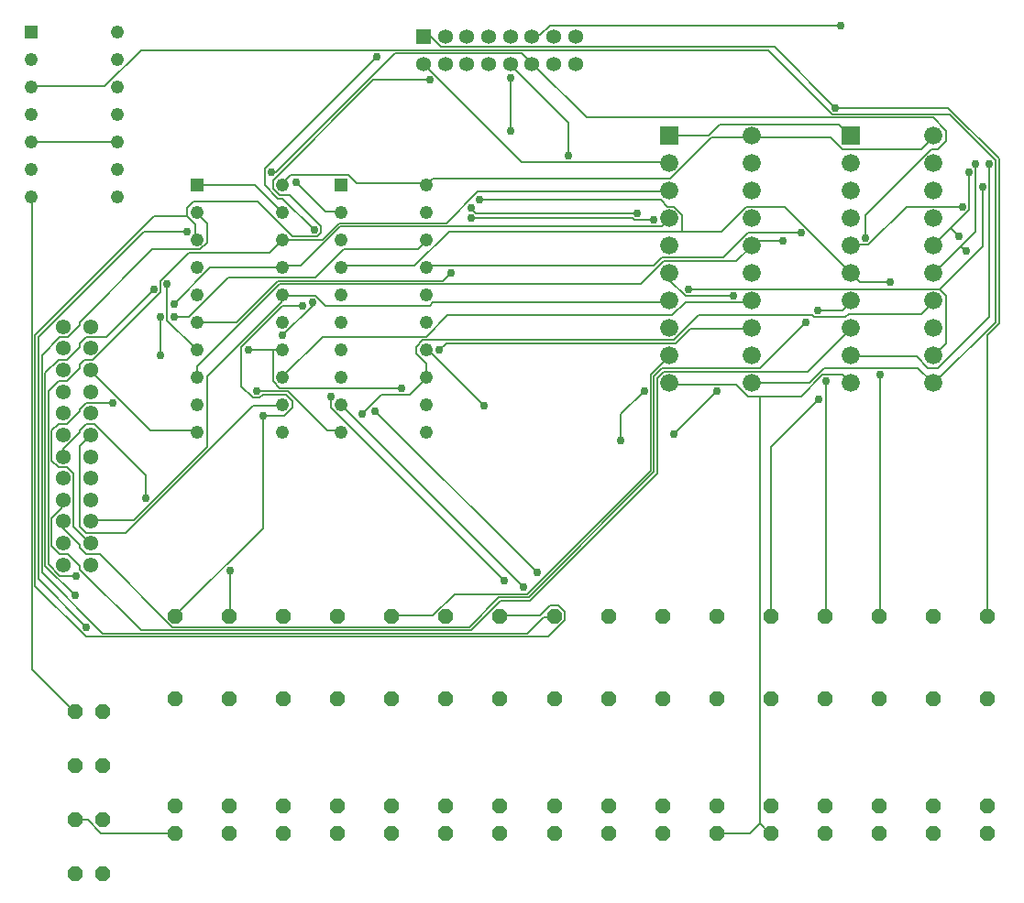
<source format=gbr>
G04 EAGLE Gerber RS-274X export*
G75*
%MOMM*%
%FSLAX34Y34*%
%LPD*%
%INBottom Copper*%
%IPPOS*%
%AMOC8*
5,1,8,0,0,1.08239X$1,22.5*%
G01*
%ADD10R,1.238000X1.238000*%
%ADD11C,1.238000*%
%ADD12R,1.358000X1.358000*%
%ADD13C,1.358000*%
%ADD14R,1.676400X1.676400*%
%ADD15C,1.676400*%
%ADD16C,1.381000*%
%ADD17P,1.429621X8X112.500000*%
%ADD18P,1.429621X8X292.500000*%
%ADD19P,1.429621X8X22.500000*%
%ADD20C,0.152400*%
%ADD21C,0.756400*%


D10*
X229800Y766900D03*
D11*
X229800Y741500D03*
X229800Y716100D03*
X229800Y690700D03*
X229800Y665300D03*
X229800Y639900D03*
X229800Y614500D03*
X229800Y589100D03*
X229800Y563700D03*
X229800Y538300D03*
X309200Y538300D03*
X309200Y563700D03*
X309200Y589100D03*
X309200Y614500D03*
X309200Y639900D03*
X309200Y665300D03*
X309200Y690700D03*
X309200Y716100D03*
X309200Y741500D03*
X309200Y766900D03*
D10*
X362800Y766900D03*
D11*
X362800Y741500D03*
X362800Y716100D03*
X362800Y690700D03*
X362800Y665300D03*
X362800Y639900D03*
X362800Y614500D03*
X362800Y589100D03*
X362800Y563700D03*
X362800Y538300D03*
X442200Y538300D03*
X442200Y563700D03*
X442200Y589100D03*
X442200Y614500D03*
X442200Y639900D03*
X442200Y665300D03*
X442200Y690700D03*
X442200Y716100D03*
X442200Y741500D03*
X442200Y766900D03*
D12*
X439500Y903900D03*
D13*
X439500Y878900D03*
X459500Y903900D03*
X459500Y878900D03*
X479500Y903900D03*
X479500Y878900D03*
X499500Y903900D03*
X499500Y878900D03*
X519500Y903900D03*
X519500Y878900D03*
X539500Y903900D03*
X539500Y878900D03*
X559500Y903900D03*
X559500Y878900D03*
X579500Y903900D03*
X579500Y878900D03*
D14*
X834100Y812100D03*
D15*
X834100Y786700D03*
X834100Y761300D03*
X834100Y735900D03*
X834100Y710500D03*
X834100Y685100D03*
X834100Y659700D03*
X834100Y634300D03*
X834100Y608900D03*
X834100Y583500D03*
X910300Y583500D03*
X910300Y608900D03*
X910300Y634300D03*
X910300Y659700D03*
X910300Y685100D03*
X910300Y710500D03*
X910300Y735900D03*
X910300Y761300D03*
X910300Y786700D03*
X910300Y812100D03*
D14*
X666300Y812100D03*
D15*
X666300Y786700D03*
X666300Y761300D03*
X666300Y735900D03*
X666300Y710500D03*
X666300Y685100D03*
X666300Y659700D03*
X666300Y634300D03*
X666300Y608900D03*
X666300Y583500D03*
X742500Y583500D03*
X742500Y608900D03*
X742500Y634300D03*
X742500Y659700D03*
X742500Y685100D03*
X742500Y710500D03*
X742500Y735900D03*
X742500Y761300D03*
X742500Y786700D03*
X742500Y812100D03*
D10*
X76900Y907800D03*
D11*
X76900Y882400D03*
X76900Y857000D03*
X76900Y831600D03*
X76900Y806200D03*
X76900Y780800D03*
X76900Y755400D03*
X156300Y755400D03*
X156300Y780800D03*
X156300Y806200D03*
X156300Y831600D03*
X156300Y857000D03*
X156300Y882400D03*
X156300Y907800D03*
D16*
X106600Y415700D03*
X131600Y415700D03*
X106600Y435700D03*
X131600Y435700D03*
X106600Y455700D03*
X131600Y455700D03*
X106600Y475700D03*
X131600Y475700D03*
X106600Y495700D03*
X131600Y495700D03*
X106600Y515700D03*
X131600Y515700D03*
X106600Y535700D03*
X131600Y535700D03*
X106600Y555700D03*
X131600Y555700D03*
X106600Y575700D03*
X131600Y575700D03*
X106600Y595700D03*
X131600Y595700D03*
X106600Y615700D03*
X131600Y615700D03*
X106600Y635700D03*
X131600Y635700D03*
D17*
X910000Y291900D03*
X910000Y368100D03*
X860000Y291900D03*
X860000Y368100D03*
X810000Y291900D03*
X810000Y368100D03*
X760000Y291900D03*
X760000Y368100D03*
X710000Y291900D03*
X710000Y368100D03*
X660000Y291900D03*
X660000Y368100D03*
X610000Y291900D03*
X610000Y368100D03*
X560000Y291900D03*
X560000Y368100D03*
X510000Y291900D03*
X510000Y368100D03*
X460000Y291900D03*
X460000Y368100D03*
X410000Y291900D03*
X410000Y368100D03*
X360000Y291900D03*
X360000Y368100D03*
X310000Y291900D03*
X310000Y368100D03*
X260000Y291900D03*
X260000Y368100D03*
X210000Y291900D03*
X210000Y368100D03*
X960000Y291900D03*
X960000Y368100D03*
D18*
X910000Y192700D03*
X910000Y167300D03*
X860000Y192700D03*
X860000Y167300D03*
X810000Y192700D03*
X810000Y167300D03*
X760000Y192700D03*
X760000Y167300D03*
X710000Y192700D03*
X710000Y167300D03*
X660000Y192700D03*
X660000Y167300D03*
X610000Y192700D03*
X610000Y167300D03*
X560000Y192700D03*
X560000Y167300D03*
X510000Y192700D03*
X510000Y167300D03*
X460000Y192700D03*
X460000Y167300D03*
X410000Y192700D03*
X410000Y167300D03*
X360000Y192700D03*
X360000Y167300D03*
X310000Y192700D03*
X310000Y167300D03*
X260000Y192700D03*
X260000Y167300D03*
X210000Y192700D03*
X210000Y167300D03*
X960000Y192700D03*
X960000Y167300D03*
D19*
X117300Y280000D03*
X142700Y280000D03*
X117300Y230000D03*
X142700Y230000D03*
X117300Y180000D03*
X142700Y180000D03*
X117300Y130000D03*
X142700Y130000D03*
D20*
X441960Y589788D02*
X441960Y601980D01*
X432816Y611124D01*
X432816Y617220D01*
X438912Y623316D01*
X670560Y623316D01*
X693420Y646176D01*
X798576Y646176D01*
X800100Y644652D01*
X829056Y644652D01*
X832104Y647700D01*
X899160Y647700D01*
X909828Y658368D01*
X442200Y589100D02*
X441960Y589788D01*
X909828Y658368D02*
X910300Y659700D01*
X106680Y522732D02*
X106680Y516636D01*
X106680Y522732D02*
X121920Y537972D01*
X121920Y539496D01*
X128016Y545592D01*
X135636Y545592D01*
X182880Y498348D01*
X182880Y477012D01*
X382524Y554736D02*
X400812Y573024D01*
X426720Y573024D01*
X441960Y588264D01*
X106680Y516636D02*
X106600Y515700D01*
X441960Y588264D02*
X442200Y589100D01*
D21*
X182880Y477012D03*
X382524Y554736D03*
D20*
X443484Y614172D02*
X495300Y562356D01*
X443484Y614172D02*
X442200Y614500D01*
D21*
X495300Y562356D03*
D20*
X105156Y475488D02*
X105156Y467868D01*
X96012Y458724D01*
X96012Y432816D01*
X103632Y425196D01*
X111252Y425196D01*
X121920Y414528D01*
X121920Y411480D01*
X178308Y355092D01*
X483108Y355092D01*
X510540Y382524D01*
X537972Y382524D01*
X655320Y499872D01*
X655320Y588264D01*
X661416Y594360D01*
X794004Y594360D01*
X833628Y633984D01*
X106600Y475700D02*
X105156Y475488D01*
X833628Y633984D02*
X834100Y634300D01*
X106680Y455676D02*
X106680Y449580D01*
X121920Y434340D01*
X121920Y431292D01*
X128016Y425196D01*
X140208Y425196D01*
X207264Y358140D01*
X481584Y358140D01*
X509016Y385572D01*
X536448Y385572D01*
X652272Y501396D01*
X652272Y589788D01*
X659892Y597408D01*
X749808Y597408D01*
X792480Y640080D01*
X803148Y650748D02*
X826008Y650748D01*
X833628Y658368D01*
X106680Y455676D02*
X106600Y455700D01*
X833628Y658368D02*
X834100Y659700D01*
D21*
X792480Y640080D03*
X803148Y650748D03*
D20*
X652272Y691896D02*
X443484Y691896D01*
X652272Y691896D02*
X659892Y699516D01*
X716280Y699516D01*
X739140Y722376D01*
X787908Y722376D01*
X443484Y691896D02*
X442200Y690700D01*
X336804Y655320D02*
X309372Y627888D01*
X336804Y655320D02*
X336804Y658368D01*
D21*
X787908Y722376D03*
X309372Y627888D03*
X336804Y658368D03*
D20*
X222504Y644652D02*
X208788Y644652D01*
X222504Y644652D02*
X259080Y681228D01*
X339852Y681228D01*
X365760Y707136D01*
X434340Y707136D01*
X441960Y714756D01*
X442200Y716100D01*
D21*
X208788Y644652D03*
D20*
X281940Y562356D02*
X307848Y562356D01*
X281940Y562356D02*
X164592Y445008D01*
X128016Y445008D01*
X121920Y451104D01*
X121920Y525780D01*
X131064Y534924D01*
X307848Y562356D02*
X309200Y563700D01*
X131600Y535700D02*
X131064Y534924D01*
X681228Y658368D02*
X742188Y658368D01*
X681228Y658368D02*
X669036Y646176D01*
X461772Y646176D01*
X441960Y626364D01*
X345948Y626364D01*
X309372Y589788D01*
X742188Y658368D02*
X742500Y659700D01*
X309372Y589788D02*
X309200Y589100D01*
X300228Y614172D02*
X277368Y614172D01*
X300228Y614172D02*
X307848Y614172D01*
X309200Y614500D01*
X685800Y633984D02*
X742188Y633984D01*
X685800Y633984D02*
X672084Y620268D01*
X460248Y620268D01*
X454152Y614172D01*
X419100Y579120D02*
X306324Y579120D01*
X300228Y585216D01*
X300228Y614172D01*
X742188Y633984D02*
X742500Y634300D01*
D21*
X277368Y614172D03*
X454152Y614172D03*
X419100Y579120D03*
D20*
X307848Y658368D02*
X307848Y664464D01*
X307848Y658368D02*
X239268Y589788D01*
X239268Y524256D01*
X172212Y457200D01*
X132588Y457200D01*
X307848Y664464D02*
X309200Y665300D01*
X132588Y457200D02*
X131600Y455700D01*
X448056Y658368D02*
X665988Y658368D01*
X448056Y658368D02*
X445008Y655320D01*
X348996Y655320D01*
X339852Y664464D01*
X309372Y664464D01*
X665988Y658368D02*
X666300Y659700D01*
X309372Y664464D02*
X309200Y665300D01*
X309372Y691896D02*
X326136Y691896D01*
X362712Y728472D01*
X659892Y728472D01*
X665988Y734568D01*
X309372Y691896D02*
X309200Y690700D01*
X665988Y734568D02*
X666300Y735900D01*
X131064Y435864D02*
X115824Y451104D01*
X115824Y499872D01*
X109728Y505968D01*
X102108Y505968D01*
X96012Y512064D01*
X96012Y539496D01*
X102108Y545592D01*
X109728Y545592D01*
X121920Y557784D01*
X121920Y559308D01*
X128016Y565404D01*
X152400Y565404D01*
X196596Y609600D02*
X196596Y644652D01*
X208788Y656844D02*
X242316Y690372D01*
X307848Y690372D01*
X131600Y435700D02*
X131064Y435864D01*
X307848Y690372D02*
X309200Y690700D01*
D21*
X152400Y565404D03*
X196596Y609600D03*
X196596Y644652D03*
X208788Y656844D03*
D20*
X309372Y716280D02*
X345948Y716280D01*
X361188Y731520D01*
X460248Y731520D01*
X489204Y760476D01*
X665988Y760476D01*
X309372Y716280D02*
X309200Y716100D01*
X665988Y760476D02*
X666300Y761300D01*
X118872Y405384D02*
X103632Y405384D01*
X92964Y416052D01*
X92964Y576072D01*
X102108Y585216D01*
X109728Y585216D01*
X121920Y597408D01*
X121920Y600456D01*
X126492Y605028D01*
X134112Y605028D01*
X196596Y667512D01*
X196596Y678180D01*
X222504Y704088D01*
X297180Y704088D01*
X307848Y714756D01*
X309200Y716100D01*
D21*
X118872Y405384D03*
D20*
X230124Y766572D02*
X283464Y766572D01*
X307848Y742188D01*
X230124Y766572D02*
X229800Y766900D01*
X307848Y742188D02*
X309200Y741500D01*
X144780Y858012D02*
X77724Y858012D01*
X144780Y858012D02*
X178308Y891540D01*
X757428Y891540D01*
X816864Y832104D01*
X925068Y832104D01*
X967740Y789432D01*
X967740Y640080D01*
X911352Y583692D01*
X77724Y858012D02*
X76900Y857000D01*
X910300Y583500D02*
X911352Y583692D01*
X795528Y583692D02*
X743712Y583692D01*
X795528Y583692D02*
X809244Y597408D01*
X896112Y597408D01*
X909828Y583692D01*
X743712Y583692D02*
X742500Y583500D01*
X909828Y583692D02*
X910300Y583500D01*
X559308Y367284D02*
X550164Y367284D01*
X534924Y352044D01*
X143256Y352044D01*
X86868Y408432D01*
X86868Y609600D01*
X103632Y626364D01*
X111252Y626364D01*
X121920Y637032D01*
X121920Y640080D01*
X188976Y707136D01*
X233172Y707136D01*
X239268Y713232D01*
X239268Y731520D01*
X230124Y740664D01*
X560000Y368100D02*
X559308Y367284D01*
X230124Y740664D02*
X229800Y741500D01*
X530352Y787908D02*
X665988Y787908D01*
X530352Y787908D02*
X440436Y877824D01*
X665988Y787908D02*
X666300Y786700D01*
X440436Y877824D02*
X439500Y878900D01*
X228600Y729996D02*
X228600Y716280D01*
X228600Y729996D02*
X220980Y737616D01*
X220980Y745236D01*
X227076Y751332D01*
X286512Y751332D01*
X318516Y719328D01*
X341376Y719328D01*
X344424Y722376D01*
X344424Y728472D01*
X315468Y757428D01*
X306324Y757428D01*
X300228Y763524D01*
X300228Y771144D01*
X393192Y864108D01*
X445008Y864108D01*
X229800Y716100D02*
X228600Y716280D01*
X510540Y368808D02*
X547116Y368808D01*
X556260Y377952D01*
X563880Y377952D01*
X569976Y371856D01*
X569976Y364236D01*
X554736Y348996D01*
X128016Y348996D01*
X80772Y396240D01*
X80772Y627888D01*
X190500Y737616D01*
X220980Y737616D01*
X510540Y368808D02*
X510000Y368100D01*
X487680Y740664D02*
X637032Y740664D01*
X487680Y740664D02*
X483108Y745236D01*
D21*
X445008Y864108D03*
X637032Y740664D03*
X483108Y745236D03*
D20*
X621792Y554736D02*
X621792Y530352D01*
X621792Y554736D02*
X643128Y576072D01*
X681228Y664464D02*
X725424Y664464D01*
X681228Y664464D02*
X667512Y678180D01*
X667512Y684276D01*
X666300Y685100D01*
X632460Y736092D02*
X483108Y736092D01*
X632460Y736092D02*
X633984Y734568D01*
X652272Y734568D01*
D21*
X621792Y530352D03*
X643128Y576072D03*
X725424Y664464D03*
X483108Y736092D03*
X652272Y734568D03*
D20*
X448056Y368808D02*
X411480Y368808D01*
X448056Y368808D02*
X467868Y388620D01*
X534924Y388620D01*
X649224Y502920D01*
X649224Y591312D01*
X665988Y608076D01*
X411480Y368808D02*
X410000Y368100D01*
X665988Y608076D02*
X666300Y608900D01*
X220980Y723900D02*
X181356Y723900D01*
X83820Y626364D01*
X83820Y402336D01*
X128016Y358140D01*
D21*
X220980Y723900D03*
X128016Y358140D03*
D20*
X230124Y640080D02*
X266700Y640080D01*
X304800Y678180D01*
X457200Y678180D01*
X464820Y685800D01*
X573024Y794004D02*
X573024Y824484D01*
X519684Y877824D01*
X230124Y640080D02*
X229800Y639900D01*
X519684Y877824D02*
X519500Y878900D01*
X710184Y576072D02*
X670560Y536448D01*
D21*
X464820Y685800D03*
X573024Y794004D03*
X670560Y536448D03*
X710184Y576072D03*
D20*
X228600Y615696D02*
X202692Y641604D01*
X202692Y675132D01*
X298704Y778764D02*
X303276Y778764D01*
X413004Y888492D01*
X530352Y888492D01*
X539496Y879348D01*
X229800Y614500D02*
X228600Y615696D01*
X539500Y878900D02*
X539496Y879348D01*
X89916Y414528D02*
X117348Y387096D01*
X89916Y414528D02*
X89916Y592836D01*
X102108Y605028D01*
X109728Y605028D01*
X121920Y617220D01*
X121920Y620268D01*
X128016Y626364D01*
X146304Y626364D01*
X190500Y670560D01*
X847344Y717804D02*
X847344Y739140D01*
X908304Y800100D01*
X914400Y800100D01*
X922020Y807720D01*
X922020Y816864D01*
X909828Y829056D01*
X589788Y829056D01*
X541020Y877824D01*
X539500Y878900D01*
D21*
X202692Y675132D03*
X298704Y778764D03*
X117348Y387096D03*
X190500Y670560D03*
X847344Y717804D03*
D20*
X230124Y598932D02*
X230124Y589788D01*
X230124Y598932D02*
X306324Y675132D01*
X640080Y675132D01*
X661416Y696468D01*
X728472Y696468D01*
X742188Y710184D01*
X230124Y589788D02*
X229800Y589100D01*
X742188Y710184D02*
X742500Y710500D01*
X260604Y409956D02*
X260604Y368808D01*
X260000Y368100D01*
X746760Y714756D02*
X771144Y714756D01*
X746760Y714756D02*
X743712Y711708D01*
X742500Y710500D01*
D21*
X260604Y409956D03*
X771144Y714756D03*
D20*
X291084Y553212D02*
X291084Y449580D01*
X210312Y368808D01*
X210000Y368100D01*
X291084Y553212D02*
X310896Y553212D01*
X318516Y560832D01*
X318516Y566928D01*
X312420Y573024D01*
X291084Y573024D01*
X288036Y569976D01*
X281940Y569976D01*
X271272Y580644D01*
X271272Y617220D01*
X309372Y655320D01*
X327660Y655320D01*
D21*
X291084Y553212D03*
X327660Y655320D03*
D20*
X348996Y742188D02*
X362712Y742188D01*
X348996Y742188D02*
X321564Y769620D01*
X362712Y742188D02*
X362800Y741500D01*
X960120Y627888D02*
X960120Y368808D01*
X960120Y627888D02*
X970788Y638556D01*
X970788Y790956D01*
X923544Y838200D01*
X819912Y838200D01*
X960120Y368808D02*
X960000Y368100D01*
X446532Y903732D02*
X440436Y903732D01*
X446532Y903732D02*
X455676Y894588D01*
X763524Y894588D01*
X819912Y838200D01*
X440436Y903732D02*
X439500Y903900D01*
D21*
X321564Y769620D03*
X819912Y838200D03*
D20*
X338328Y725424D02*
X309372Y754380D01*
X304800Y754380D01*
X292608Y766572D01*
X292608Y781812D01*
X396240Y885444D01*
X885444Y746760D02*
X937260Y746760D01*
X885444Y746760D02*
X850392Y711708D01*
X835152Y711708D01*
X834100Y710500D01*
D21*
X338328Y725424D03*
X396240Y885444D03*
X937260Y746760D03*
D20*
X431292Y691896D02*
X364236Y691896D01*
X431292Y691896D02*
X463296Y723900D01*
X678180Y723900D02*
X714756Y723900D01*
X678180Y723900D02*
X463296Y723900D01*
X714756Y723900D02*
X737616Y746760D01*
X772668Y746760D01*
X833628Y685800D01*
X364236Y691896D02*
X362800Y690700D01*
X833628Y685800D02*
X834100Y685100D01*
X861060Y591312D02*
X861060Y368808D01*
X870204Y676656D02*
X842772Y676656D01*
X835152Y684276D01*
X861060Y368808D02*
X860000Y368100D01*
X835152Y684276D02*
X834100Y685100D01*
X658368Y752856D02*
X490728Y752856D01*
X658368Y752856D02*
X664464Y746760D01*
X670560Y746760D01*
X678180Y739140D01*
X678180Y723900D01*
D21*
X861060Y591312D03*
X870204Y676656D03*
X490728Y752856D03*
D20*
X810768Y585216D02*
X810768Y368808D01*
X810000Y368100D01*
X519684Y816864D02*
X519684Y865632D01*
X835152Y608076D02*
X894588Y608076D01*
X905256Y597408D01*
X914400Y597408D01*
X961644Y644652D01*
X961644Y786384D01*
X834100Y608900D02*
X835152Y608076D01*
D21*
X810768Y585216D03*
X519684Y816864D03*
X519684Y865632D03*
X961644Y786384D03*
D20*
X915924Y670560D02*
X684276Y670560D01*
X915924Y670560D02*
X922020Y664464D01*
X922020Y620268D01*
X911352Y609600D01*
X910300Y608900D01*
X760476Y524256D02*
X760476Y368808D01*
X760476Y524256D02*
X804672Y568452D01*
X760476Y368808D02*
X760000Y368100D01*
X955548Y710184D02*
X955548Y765048D01*
X955548Y710184D02*
X915924Y670560D01*
D21*
X684276Y670560D03*
X804672Y568452D03*
X955548Y765048D03*
D20*
X353568Y571500D02*
X353568Y560832D01*
X513588Y400812D01*
X541020Y905256D02*
X547116Y905256D01*
X556260Y914400D01*
X824484Y914400D01*
X949452Y786384D02*
X949452Y723900D01*
X935736Y710184D02*
X911352Y685800D01*
X935736Y710184D02*
X949452Y723900D01*
X541020Y905256D02*
X539500Y903900D01*
X910300Y685100D02*
X911352Y685800D01*
X935736Y710184D02*
X940308Y705612D01*
D21*
X353568Y571500D03*
X513588Y400812D03*
X824484Y914400D03*
X949452Y786384D03*
X940308Y705612D03*
D20*
X544068Y408432D02*
X394716Y557784D01*
X943356Y743712D02*
X943356Y778764D01*
X926592Y726948D02*
X911352Y711708D01*
X926592Y726948D02*
X943356Y743712D01*
X911352Y711708D02*
X910300Y710500D01*
X926592Y726948D02*
X934212Y719328D01*
D21*
X394716Y557784D03*
X544068Y408432D03*
X943356Y778764D03*
X934212Y719328D03*
D20*
X531876Y394716D02*
X364236Y562356D01*
X362800Y563700D01*
D21*
X531876Y394716D03*
D20*
X743712Y810768D02*
X815340Y810768D01*
X826008Y800100D01*
X899160Y800100D01*
X909828Y810768D01*
X743712Y810768D02*
X742500Y812100D01*
X909828Y810768D02*
X910300Y812100D01*
X441960Y768096D02*
X377952Y768096D01*
X370332Y775716D01*
X316992Y775716D01*
X309372Y768096D01*
X441960Y768096D02*
X442200Y766900D01*
X309372Y768096D02*
X309200Y766900D01*
X705612Y810768D02*
X742188Y810768D01*
X705612Y810768D02*
X667512Y772668D01*
X448056Y772668D01*
X443484Y768096D01*
X742188Y810768D02*
X742500Y812100D01*
X443484Y768096D02*
X442200Y766900D01*
X155448Y806196D02*
X77724Y806196D01*
X76900Y806200D01*
X155448Y806196D02*
X156300Y806200D01*
X187452Y539496D02*
X228600Y539496D01*
X187452Y539496D02*
X132588Y594360D01*
X228600Y539496D02*
X229800Y538300D01*
X132588Y594360D02*
X131600Y595700D01*
X350520Y539496D02*
X362712Y539496D01*
X350520Y539496D02*
X313944Y576072D01*
X284988Y576072D01*
X362712Y539496D02*
X362800Y538300D01*
X129540Y179832D02*
X117348Y179832D01*
X129540Y179832D02*
X141732Y167640D01*
X208788Y167640D01*
X117348Y179832D02*
X117300Y180000D01*
X208788Y167640D02*
X210000Y167300D01*
X667512Y812292D02*
X702564Y812292D01*
X713232Y822960D01*
X822960Y822960D01*
X833628Y812292D01*
X667512Y812292D02*
X666300Y812100D01*
X833628Y812292D02*
X834100Y812100D01*
X728472Y582168D02*
X667512Y582168D01*
X728472Y582168D02*
X739140Y571500D01*
X749808Y571500D02*
X787908Y571500D01*
X749808Y571500D02*
X739140Y571500D01*
X787908Y571500D02*
X807720Y591312D01*
X826008Y591312D01*
X833628Y583692D01*
X667512Y582168D02*
X666300Y583500D01*
X833628Y583692D02*
X834100Y583500D01*
X749808Y571500D02*
X749808Y176784D01*
X758952Y167640D01*
X760000Y167300D01*
X740664Y167640D02*
X710184Y167640D01*
X740664Y167640D02*
X749808Y176784D01*
X710184Y167640D02*
X710000Y167300D01*
X77724Y318516D02*
X77724Y754380D01*
X77724Y318516D02*
X115824Y280416D01*
X77724Y754380D02*
X76900Y755400D01*
X115824Y280416D02*
X117300Y280000D01*
D21*
X284988Y576072D03*
M02*

</source>
